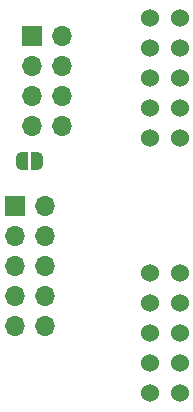
<source format=gbr>
G04 #@! TF.GenerationSoftware,KiCad,Pcbnew,(6.0.0)*
G04 #@! TF.CreationDate,2021-12-31T10:21:58-05:00*
G04 #@! TF.ProjectId,SKR-Mini_Screen,534b522d-4d69-46e6-995f-53637265656e,rev?*
G04 #@! TF.SameCoordinates,Original*
G04 #@! TF.FileFunction,Soldermask,Top*
G04 #@! TF.FilePolarity,Negative*
%FSLAX46Y46*%
G04 Gerber Fmt 4.6, Leading zero omitted, Abs format (unit mm)*
G04 Created by KiCad (PCBNEW (6.0.0)) date 2021-12-31 10:21:58*
%MOMM*%
%LPD*%
G01*
G04 APERTURE LIST*
G04 Aperture macros list*
%AMFreePoly0*
4,1,22,0.500000,-0.750000,0.000000,-0.750000,0.000000,-0.745033,-0.079941,-0.743568,-0.215256,-0.701293,-0.333266,-0.622738,-0.424486,-0.514219,-0.481581,-0.384460,-0.499164,-0.250000,-0.500000,-0.250000,-0.500000,0.250000,-0.499164,0.250000,-0.499963,0.256109,-0.478152,0.396186,-0.417904,0.524511,-0.324060,0.630769,-0.204165,0.706417,-0.067858,0.745374,0.000000,0.744959,0.000000,0.750000,
0.500000,0.750000,0.500000,-0.750000,0.500000,-0.750000,$1*%
%AMFreePoly1*
4,1,20,0.000000,0.744959,0.073905,0.744508,0.209726,0.703889,0.328688,0.626782,0.421226,0.519385,0.479903,0.390333,0.500000,0.250000,0.500000,-0.250000,0.499851,-0.262216,0.476331,-0.402017,0.414519,-0.529596,0.319384,-0.634700,0.198574,-0.708877,0.061801,-0.746166,0.000000,-0.745033,0.000000,-0.750000,-0.500000,-0.750000,-0.500000,0.750000,0.000000,0.750000,0.000000,0.744959,
0.000000,0.744959,$1*%
G04 Aperture macros list end*
%ADD10C,1.524000*%
%ADD11FreePoly0,0.000000*%
%ADD12FreePoly1,0.000000*%
%ADD13R,1.700000X1.700000*%
%ADD14O,1.700000X1.700000*%
G04 APERTURE END LIST*
D10*
X137160000Y-112395000D03*
X139700000Y-112395000D03*
X137160000Y-114935000D03*
X139700000Y-114935000D03*
X137160000Y-117475000D03*
X139700000Y-117475000D03*
X137160000Y-120015000D03*
X139700000Y-120015000D03*
X137160000Y-122555000D03*
X139700000Y-122555000D03*
X137160000Y-90805000D03*
X139700000Y-90805000D03*
X137160000Y-93345000D03*
X139700000Y-93345000D03*
X137160000Y-95885000D03*
X139700000Y-95885000D03*
X137160000Y-98425000D03*
X139700000Y-98425000D03*
X137160000Y-100965000D03*
X139700000Y-100965000D03*
D11*
X126350000Y-102870000D03*
D12*
X127650000Y-102870000D03*
D13*
X125730000Y-106680000D03*
D14*
X128270000Y-106680000D03*
X125730000Y-109220000D03*
X128270000Y-109220000D03*
X125730000Y-111760000D03*
X128270000Y-111760000D03*
X125730000Y-114300000D03*
X128270000Y-114300000D03*
X125730000Y-116840000D03*
X128270000Y-116840000D03*
D13*
X127178000Y-92292000D03*
D14*
X129718000Y-92292000D03*
X127178000Y-94832000D03*
X129718000Y-94832000D03*
X127178000Y-97372000D03*
X129718000Y-97372000D03*
X127178000Y-99912000D03*
X129718000Y-99912000D03*
M02*

</source>
